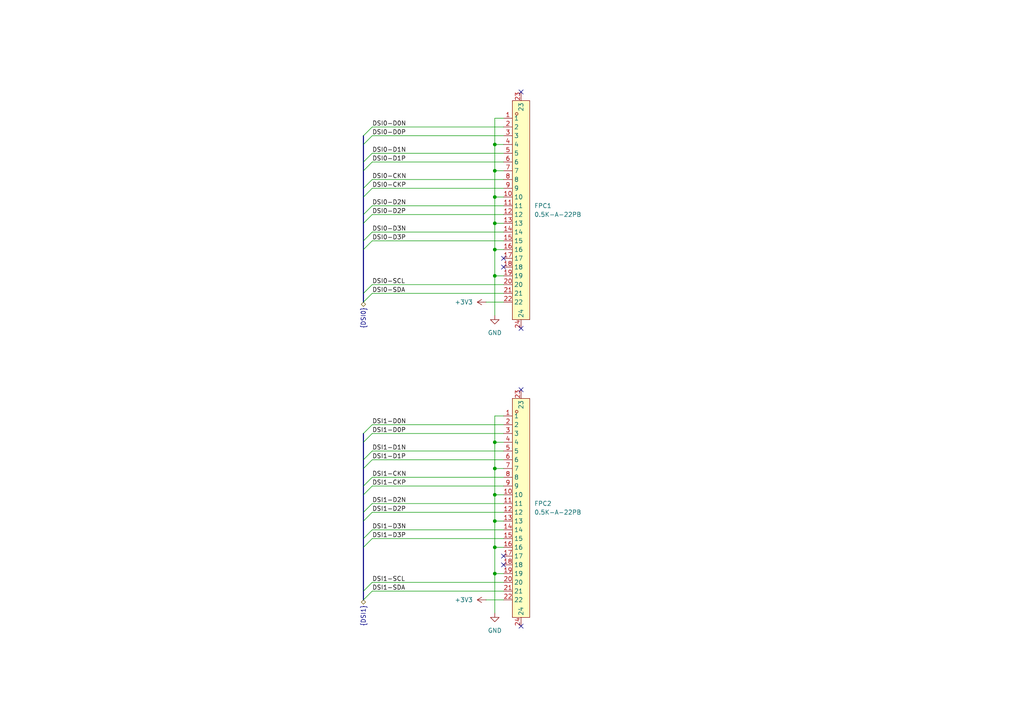
<source format=kicad_sch>
(kicad_sch (version 20250114) (generator "eeschema") (generator_version "9.0")
  (paper "A4")
  (title_block (date "2025-02-20") (rev "V0.1") (company "Matthew Spotten"))
  (lib_symbols
    (symbol "easyeda:0.5K-A-22PB"
      (property "Reference" "FPC" (at 0 41.91 0))
      (property "Value" "0.5K-A-22PB" (at 0 -36.83 0))
      (symbol "0.5K-A-22PB_0_1"
        (rectangle (start -2.54 34.29) (end 2.54 -29.21) (fill (type background)))
        (circle (center -1.27 30.48) (radius 0.38))
        (pin unspecified line (at -5.08 29.21 0) (length 2.54) (name "1") (number "1"))
        (pin unspecified line (at -5.08 26.67 0) (length 2.54) (name "2") (number "2"))
        (pin unspecified line (at -5.08 24.13 0) (length 2.54) (name "3") (number "3"))
        (pin unspecified line (at -5.08 21.59 0) (length 2.54) (name "4") (number "4"))
        (pin unspecified line (at -5.08 19.05 0) (length 2.54) (name "5") (number "5"))
        (pin unspecified line (at -5.08 16.51 0) (length 2.54) (name "6") (number "6"))
        (pin unspecified line (at -5.08 13.97 0) (length 2.54) (name "7") (number "7"))
        (pin unspecified line (at -5.08 11.43 0) (length 2.54) (name "8") (number "8"))
        (pin unspecified line (at -5.08 8.89 0) (length 2.54) (name "9") (number "9"))
        (pin unspecified line (at -5.08 6.35 0) (length 2.54) (name "10") (number "10"))
        (pin unspecified line (at -5.08 3.81 0) (length 2.54) (name "11") (number "11"))
        (pin unspecified line (at -5.08 1.27 0) (length 2.54) (name "12") (number "12"))
        (pin unspecified line (at -5.08 -1.27 0) (length 2.54) (name "13") (number "13"))
        (pin unspecified line (at -5.08 -3.81 0) (length 2.54) (name "14") (number "14"))
        (pin unspecified line (at -5.08 -6.35 0) (length 2.54) (name "15") (number "15"))
        (pin unspecified line (at -5.08 -8.89 0) (length 2.54) (name "16") (number "16"))
        (pin unspecified line (at -5.08 -11.43 0) (length 2.54) (name "17") (number "17"))
        (pin unspecified line (at -5.08 -13.97 0) (length 2.54) (name "18") (number "18"))
        (pin unspecified line (at -5.08 -16.51 0) (length 2.54) (name "19") (number "19"))
        (pin unspecified line (at -5.08 -19.05 0) (length 2.54) (name "20") (number "20"))
        (pin unspecified line (at -5.08 -21.59 0) (length 2.54) (name "21") (number "21"))
        (pin unspecified line (at -5.08 -24.13 0) (length 2.54) (name "22") (number "22"))
        (pin unspecified line (at 0 36.83 270) (length 2.54) (name "23") (number "23"))
        (pin unspecified line (at 0 -31.75 90) (length 2.54) (name "24") (number "24"))
      )
    )
    (symbol "power:+3V3" (power) (pin_numbers (hide yes)) (pin_names (offset 0) (hide yes))
      (property "Value" "+3V3" (at 0 3.556 0))
      (symbol "+3V3_0_1"
        (polyline (pts (xy -0.762 1.27) (xy 0 2.54)))
        (polyline (pts (xy 0 2.54) (xy 0.762 1.27)))
        (polyline (pts (xy 0 0) (xy 0 2.54)))
      )
      (symbol "+3V3_1_1"
        (pin power_in line (at 0 0 90) (length 0) (name "~") (number "1"))
      )
    )
    (symbol "power:GND" (power) (pin_numbers (hide yes)) (pin_names (offset 0) (hide yes))
      (property "Value" "GND" (at 0 -3.81 0))
      (symbol "GND_0_1"
        (polyline (pts (xy 0 0) (xy 0 -1.27) (xy 1.27 -1.27) (xy 0 -2.54) (xy -1.27 -1.27) (xy 0 -1.27)))
      )
      (symbol "GND_1_1"
        (pin power_in line (at 0 0 270) (length 0) (name "~") (number "1"))
      )
    )
  )
  (bus_alias "DSI0" (members "DSI0-D0N" "DSI0-D0P" "DSI0-D1N" "DSI0-D1P" "DSI0-CKN" "DSI0-CKP" "DSI0-D2N" "DSI0-D2P" "DSI0-D3N" "DSI0-D3P" "DSI0-SCL" "DSI0-SDA"))
  (bus_alias "DSI1" (members "DSI1-D0N" "DSI1-D0P" "DSI1-D1N" "DSI1-D1P" "DSI1-CKN" "DSI1-CKP" "DSI1-D2N" "DSI1-D2P" "DSI1-D3N" "DSI1-D3P" "DSI1-SCL" "DSI1-SDA"))
  (junction (at 143.51 57.15))
  (junction (at 143.51 64.77))
  (junction (at 143.51 41.91))
  (junction (at 143.51 166.37))
  (junction (at 143.51 135.89))
  (junction (at 143.51 158.75))
  (junction (at 143.51 128.27))
  (junction (at 143.51 49.53))
  (junction (at 143.51 80.01))
  (junction (at 143.51 72.39))
  (junction (at 143.51 143.51))
  (junction (at 143.51 151.13))
  (no_connect (at 151.13 113.03))
  (no_connect (at 151.13 95.25))
  (no_connect (at 151.13 26.67))
  (no_connect (at 151.13 181.61))
  (no_connect (at 146.05 163.83))
  (no_connect (at 146.05 161.29))
  (no_connect (at 146.05 74.93))
  (no_connect (at 146.05 77.47))
  (bus_entry (at 105.41 64.77) (size 2.54 -2.54))
  (bus_entry (at 105.41 41.91) (size 2.54 -2.54))
  (bus_entry (at 105.41 156.21) (size 2.54 -2.54))
  (bus_entry (at 105.41 46.99) (size 2.54 -2.54))
  (bus_entry (at 105.41 62.23) (size 2.54 -2.54))
  (bus_entry (at 105.41 143.51) (size 2.54 -2.54))
  (bus_entry (at 105.41 158.75) (size 2.54 -2.54))
  (bus_entry (at 105.41 39.37) (size 2.54 -2.54))
  (bus_entry (at 105.41 87.63) (size 2.54 -2.54))
  (bus_entry (at 105.41 173.99) (size 2.54 -2.54))
  (bus_entry (at 105.41 135.89) (size 2.54 -2.54))
  (bus_entry (at 105.41 49.53) (size 2.54 -2.54))
  (bus_entry (at 105.41 72.39) (size 2.54 -2.54))
  (bus_entry (at 105.41 125.73) (size 2.54 -2.54))
  (bus_entry (at 105.41 133.35) (size 2.54 -2.54))
  (bus_entry (at 105.41 85.09) (size 2.54 -2.54))
  (bus_entry (at 105.41 54.61) (size 2.54 -2.54))
  (bus_entry (at 105.41 140.97) (size 2.54 -2.54))
  (bus_entry (at 105.41 151.13) (size 2.54 -2.54))
  (bus_entry (at 105.41 128.27) (size 2.54 -2.54))
  (bus_entry (at 105.41 171.45) (size 2.54 -2.54))
  (bus_entry (at 105.41 69.85) (size 2.54 -2.54))
  (bus_entry (at 105.41 148.59) (size 2.54 -2.54))
  (bus_entry (at 105.41 57.15) (size 2.54 -2.54))
  (wire (pts (xy 143.51 57.15) (xy 143.51 64.77)))
  (bus (pts (xy 105.41 133.35) (xy 105.41 135.89)))
  (bus (pts (xy 105.41 39.37) (xy 105.41 41.91)))
  (bus (pts (xy 105.41 125.73) (xy 105.41 128.27)))
  (wire (pts (xy 143.51 143.51) (xy 146.05 143.51)))
  (wire (pts (xy 143.51 135.89) (xy 143.51 143.51)))
  (bus (pts (xy 105.41 64.77) (xy 105.41 69.85)))
  (wire (pts (xy 143.51 72.39) (xy 146.05 72.39)))
  (wire (pts (xy 143.51 49.53) (xy 146.05 49.53)))
  (wire (pts (xy 107.95 153.67) (xy 146.05 153.67)))
  (bus (pts (xy 105.41 46.99) (xy 105.41 49.53)))
  (bus (pts (xy 105.41 62.23) (xy 105.41 64.77)))
  (wire (pts (xy 107.95 36.83) (xy 146.05 36.83)))
  (bus (pts (xy 105.41 158.75) (xy 105.41 171.45)))
  (wire (pts (xy 107.95 54.61) (xy 146.05 54.61)))
  (wire (pts (xy 143.51 120.65) (xy 143.51 128.27)))
  (bus (pts (xy 105.41 143.51) (xy 105.41 148.59)))
  (wire (pts (xy 107.95 125.73) (xy 146.05 125.73)))
  (wire (pts (xy 143.51 80.01) (xy 143.51 91.44)))
  (wire (pts (xy 143.51 64.77) (xy 146.05 64.77)))
  (wire (pts (xy 107.95 82.55) (xy 146.05 82.55)))
  (wire (pts (xy 107.95 46.99) (xy 146.05 46.99)))
  (wire (pts (xy 143.51 41.91) (xy 143.51 49.53)))
  (wire (pts (xy 143.51 158.75) (xy 146.05 158.75)))
  (wire (pts (xy 107.95 156.21) (xy 146.05 156.21)))
  (wire (pts (xy 107.95 140.97) (xy 146.05 140.97)))
  (bus (pts (xy 105.41 85.09) (xy 105.41 87.63)))
  (wire (pts (xy 143.51 128.27) (xy 143.51 135.89)))
  (bus (pts (xy 105.41 41.91) (xy 105.41 46.99)))
  (bus (pts (xy 105.41 69.85) (xy 105.41 72.39)))
  (wire (pts (xy 143.51 128.27) (xy 146.05 128.27)))
  (wire (pts (xy 107.95 52.07) (xy 146.05 52.07)))
  (wire (pts (xy 143.51 72.39) (xy 143.51 80.01)))
  (wire (pts (xy 107.95 168.91) (xy 146.05 168.91)))
  (bus (pts (xy 105.41 151.13) (xy 105.41 156.21)))
  (wire (pts (xy 143.51 41.91) (xy 146.05 41.91)))
  (wire (pts (xy 143.51 80.01) (xy 146.05 80.01)))
  (bus (pts (xy 105.41 171.45) (xy 105.41 173.99)))
  (wire (pts (xy 143.51 64.77) (xy 143.51 72.39)))
  (wire (pts (xy 143.51 143.51) (xy 143.51 151.13)))
  (wire (pts (xy 107.95 130.81) (xy 146.05 130.81)))
  (wire (pts (xy 146.05 34.29) (xy 143.51 34.29)))
  (wire (pts (xy 146.05 120.65) (xy 143.51 120.65)))
  (wire (pts (xy 107.95 123.19) (xy 146.05 123.19)))
  (bus (pts (xy 105.41 72.39) (xy 105.41 85.09)))
  (bus (pts (xy 105.41 49.53) (xy 105.41 54.61)))
  (wire (pts (xy 143.51 158.75) (xy 143.51 166.37)))
  (wire (pts (xy 107.95 44.45) (xy 146.05 44.45)))
  (wire (pts (xy 143.51 135.89) (xy 146.05 135.89)))
  (wire (pts (xy 107.95 59.69) (xy 146.05 59.69)))
  (wire (pts (xy 140.97 87.63) (xy 146.05 87.63)))
  (wire (pts (xy 107.95 146.05) (xy 146.05 146.05)))
  (wire (pts (xy 107.95 67.31) (xy 146.05 67.31)))
  (wire (pts (xy 143.51 151.13) (xy 146.05 151.13)))
  (wire (pts (xy 143.51 57.15) (xy 146.05 57.15)))
  (wire (pts (xy 143.51 166.37) (xy 146.05 166.37)))
  (bus (pts (xy 105.41 148.59) (xy 105.41 151.13)))
  (wire (pts (xy 143.51 34.29) (xy 143.51 41.91)))
  (wire (pts (xy 107.95 138.43) (xy 146.05 138.43)))
  (bus (pts (xy 105.41 140.97) (xy 105.41 143.51)))
  (wire (pts (xy 107.95 69.85) (xy 146.05 69.85)))
  (wire (pts (xy 107.95 39.37) (xy 146.05 39.37)))
  (wire (pts (xy 143.51 166.37) (xy 143.51 177.8)))
  (wire (pts (xy 107.95 133.35) (xy 146.05 133.35)))
  (wire (pts (xy 107.95 171.45) (xy 146.05 171.45)))
  (wire (pts (xy 143.51 151.13) (xy 143.51 158.75)))
  (bus (pts (xy 105.41 54.61) (xy 105.41 57.15)))
  (bus (pts (xy 105.41 57.15) (xy 105.41 62.23)))
  (wire (pts (xy 107.95 62.23) (xy 146.05 62.23)))
  (wire (pts (xy 107.95 85.09) (xy 146.05 85.09)))
  (bus (pts (xy 105.41 156.21) (xy 105.41 158.75)))
  (wire (pts (xy 107.95 148.59) (xy 146.05 148.59)))
  (wire (pts (xy 140.97 173.99) (xy 146.05 173.99)))
  (bus (pts (xy 105.41 128.27) (xy 105.41 133.35)))
  (wire (pts (xy 143.51 49.53) (xy 143.51 57.15)))
  (bus (pts (xy 105.41 135.89) (xy 105.41 140.97)))
  (label "DSI0-D1N" (at 107.95 44.45 0))
  (label "DSI1-D3N" (at 107.95 153.67 0))
  (label "DSI0-CKP" (at 107.95 54.61 0))
  (label "DSI0-D3N" (at 107.95 67.31 0))
  (label "DSI0-SDA" (at 107.95 85.09 0))
  (label "DSI1-D0N" (at 107.95 123.19 0))
  (label "DSI0-D0N" (at 107.95 36.83 0))
  (label "DSI0-D2P" (at 107.95 62.23 0))
  (label "DSI1-D2P" (at 107.95 148.59 0))
  (label "DSI0-CKN" (at 107.95 52.07 0))
  (label "DSI1-CKN" (at 107.95 138.43 0))
  (label "DSI1-D3P" (at 107.95 156.21 0))
  (label "DSI1-CKP" (at 107.95 140.97 0))
  (label "DSI0-D2N" (at 107.95 59.69 0))
  (label "DSI0-D0P" (at 107.95 39.37 0))
  (label "DSI1-D1N" (at 107.95 130.81 0))
  (label "DSI1-D2N" (at 107.95 146.05 0))
  (label "DSI1-SDA" (at 107.95 171.45 0))
  (label "DSI0-D1P" (at 107.95 46.99 0))
  (label "DSI0-D3P" (at 107.95 69.85 0))
  (label "DSI1-D1P" (at 107.95 133.35 0))
  (label "DSI1-D0P" (at 107.95 125.73 0))
  (label "DSI1-SCL" (at 107.95 168.91 0))
  (label "DSI0-SCL" (at 107.95 82.55 0))
  (hierarchical_label "{DSI1}" (shape bidirectional) (at 105.41 173.99 270))
  (hierarchical_label "{DSI0}" (shape bidirectional) (at 105.41 87.63 270))
  (symbol (lib_id "power:GND") (at 143.51 91.44 0) (unit 1)
    (property "Reference" "#PWR0176" (effects (hide yes)))
    (property "Value" "GND" (at 143.51 96.52 0))
    (property "Description" "Power symbol creates a global label with name \"GND\" , ground" (effects (hide yes)))
  )
  (symbol (lib_id "power:+3V3") (at 140.97 173.99 90) (unit 1)
    (property "Reference" "#PWR0178" (effects (hide yes)))
    (property "Value" "+3V3" (at 137.16 173.9899 90) (effects (justify left)))
    (property "Description" "Power symbol creates a global label with name \"+3V3\"" (effects (hide yes)))
  )
  (symbol (lib_id "easyeda:0.5K-A-22PB") (at 151.13 149.86 0) (unit 1)
    (property "Reference" "FPC2" (at 154.94 146.0499 0) (effects (justify left)))
    (property "Value" "0.5K-A-22PB" (at 154.94 148.5899 0) (effects (justify left)))
    (property "Footprint" "easyeda:FPC-SMD_22P-P1.00_0.5K-A-22PB" (effects (hide yes)))
    (property "LCSC Part" "C2914146" (effects (hide yes)))
  )
  (symbol (lib_id "easyeda:0.5K-A-22PB") (at 151.13 63.5 0) (unit 1)
    (property "Reference" "FPC1" (at 154.94 59.6899 0) (effects (justify left)))
    (property "Value" "0.5K-A-22PB" (at 154.94 62.2299 0) (effects (justify left)))
    (property "Footprint" "easyeda:FPC-SMD_22P-P1.00_0.5K-A-22PB" (effects (hide yes)))
    (property "LCSC Part" "C2914146" (effects (hide yes)))
  )
  (symbol (lib_id "power:GND") (at 143.51 177.8 0) (unit 1)
    (property "Reference" "#PWR0179" (effects (hide yes)))
    (property "Value" "GND" (at 143.51 182.88 0))
    (property "Description" "Power symbol creates a global label with name \"GND\" , ground" (effects (hide yes)))
  )
  (symbol (lib_id "power:+3V3") (at 140.97 87.63 90) (unit 1)
    (property "Reference" "#PWR0177" (effects (hide yes)))
    (property "Value" "+3V3" (at 137.16 87.6299 90) (effects (justify left)))
    (property "Description" "Power symbol creates a global label with name \"+3V3\"" (effects (hide yes)))
  )
)
</source>
